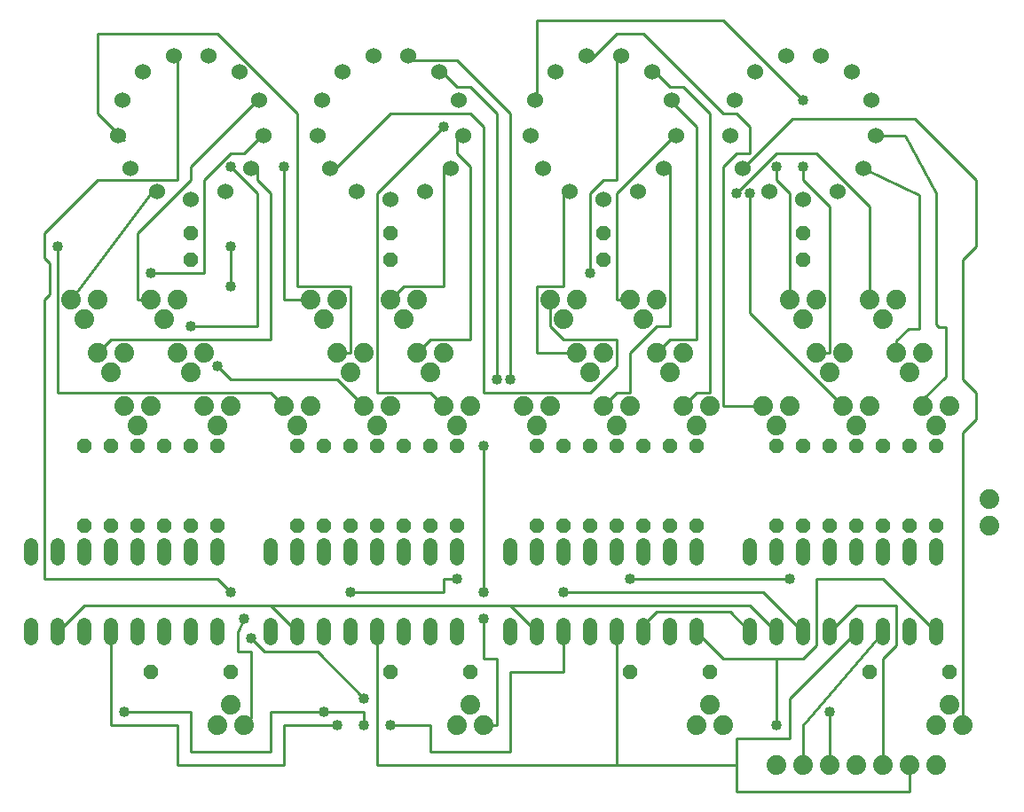
<source format=gbl>
G75*
%MOIN*%
%OFA0B0*%
%FSLAX24Y24*%
%IPPOS*%
%LPD*%
%AMOC8*
5,1,8,0,0,1.08239X$1,22.5*
%
%ADD10C,0.0520*%
%ADD11C,0.0600*%
%ADD12C,0.0740*%
%ADD13OC8,0.0520*%
%ADD14C,0.0100*%
%ADD15C,0.0400*%
D10*
X002180Y006420D02*
X002180Y006940D01*
X003180Y006940D02*
X003180Y006420D01*
X004180Y006420D02*
X004180Y006940D01*
X005180Y006940D02*
X005180Y006420D01*
X006180Y006420D02*
X006180Y006940D01*
X007180Y006940D02*
X007180Y006420D01*
X008180Y006420D02*
X008180Y006940D01*
X009180Y006940D02*
X009180Y006420D01*
X011180Y006420D02*
X011180Y006940D01*
X012180Y006940D02*
X012180Y006420D01*
X013180Y006420D02*
X013180Y006940D01*
X014180Y006940D02*
X014180Y006420D01*
X015180Y006420D02*
X015180Y006940D01*
X016180Y006940D02*
X016180Y006420D01*
X017180Y006420D02*
X017180Y006940D01*
X018180Y006940D02*
X018180Y006420D01*
X020180Y006420D02*
X020180Y006940D01*
X021180Y006940D02*
X021180Y006420D01*
X022180Y006420D02*
X022180Y006940D01*
X023180Y006940D02*
X023180Y006420D01*
X024180Y006420D02*
X024180Y006940D01*
X025180Y006940D02*
X025180Y006420D01*
X026180Y006420D02*
X026180Y006940D01*
X027180Y006940D02*
X027180Y006420D01*
X029180Y006420D02*
X029180Y006940D01*
X030180Y006940D02*
X030180Y006420D01*
X031180Y006420D02*
X031180Y006940D01*
X032180Y006940D02*
X032180Y006420D01*
X033180Y006420D02*
X033180Y006940D01*
X034180Y006940D02*
X034180Y006420D01*
X035180Y006420D02*
X035180Y006940D01*
X036180Y006940D02*
X036180Y006420D01*
X036180Y009420D02*
X036180Y009940D01*
X035180Y009940D02*
X035180Y009420D01*
X034180Y009420D02*
X034180Y009940D01*
X033180Y009940D02*
X033180Y009420D01*
X032180Y009420D02*
X032180Y009940D01*
X031180Y009940D02*
X031180Y009420D01*
X030180Y009420D02*
X030180Y009940D01*
X029180Y009940D02*
X029180Y009420D01*
X027180Y009420D02*
X027180Y009940D01*
X026180Y009940D02*
X026180Y009420D01*
X025180Y009420D02*
X025180Y009940D01*
X024180Y009940D02*
X024180Y009420D01*
X023180Y009420D02*
X023180Y009940D01*
X022180Y009940D02*
X022180Y009420D01*
X021180Y009420D02*
X021180Y009940D01*
X020180Y009940D02*
X020180Y009420D01*
X018180Y009420D02*
X018180Y009940D01*
X017180Y009940D02*
X017180Y009420D01*
X016180Y009420D02*
X016180Y009940D01*
X015180Y009940D02*
X015180Y009420D01*
X014180Y009420D02*
X014180Y009940D01*
X013180Y009940D02*
X013180Y009420D01*
X012180Y009420D02*
X012180Y009940D01*
X011180Y009940D02*
X011180Y009420D01*
X009180Y009420D02*
X009180Y009940D01*
X008180Y009940D02*
X008180Y009420D01*
X007180Y009420D02*
X007180Y009940D01*
X006180Y009940D02*
X006180Y009420D01*
X005180Y009420D02*
X005180Y009940D01*
X004180Y009940D02*
X004180Y009420D01*
X003180Y009420D02*
X003180Y009940D01*
X002180Y009940D02*
X002180Y009420D01*
D11*
X008180Y022930D03*
X006902Y023245D03*
X005917Y024118D03*
X005450Y025349D03*
X005609Y026655D03*
X006356Y027738D03*
X007522Y028350D03*
X008838Y028350D03*
X010004Y027738D03*
X010751Y026655D03*
X010910Y025349D03*
X010443Y024118D03*
X009458Y023245D03*
X012950Y025349D03*
X013109Y026655D03*
X013856Y027738D03*
X015022Y028350D03*
X016338Y028350D03*
X017504Y027738D03*
X018251Y026655D03*
X018410Y025349D03*
X017943Y024118D03*
X016958Y023245D03*
X015680Y022930D03*
X014402Y023245D03*
X013417Y024118D03*
X020950Y025349D03*
X021109Y026655D03*
X021856Y027738D03*
X023022Y028350D03*
X024338Y028350D03*
X025504Y027738D03*
X026251Y026655D03*
X026410Y025349D03*
X025943Y024118D03*
X024958Y023245D03*
X023680Y022930D03*
X022402Y023245D03*
X021417Y024118D03*
X028450Y025349D03*
X028609Y026655D03*
X029356Y027738D03*
X030522Y028350D03*
X031838Y028350D03*
X033004Y027738D03*
X033751Y026655D03*
X033910Y025349D03*
X033443Y024118D03*
X032458Y023245D03*
X031180Y022930D03*
X029902Y023245D03*
X028917Y024118D03*
D12*
X030680Y019180D03*
X031680Y019180D03*
X031180Y018430D03*
X031680Y017180D03*
X032180Y016430D03*
X032680Y017180D03*
X034180Y018430D03*
X033680Y019180D03*
X034680Y019180D03*
X034680Y017180D03*
X035180Y016430D03*
X035680Y017180D03*
X035680Y015180D03*
X036680Y015180D03*
X036180Y014430D03*
X033680Y015180D03*
X033180Y014430D03*
X032680Y015180D03*
X030680Y015180D03*
X030180Y014430D03*
X029680Y015180D03*
X027680Y015180D03*
X026680Y015180D03*
X027180Y014430D03*
X024680Y015180D03*
X024180Y014430D03*
X023680Y015180D03*
X023180Y016430D03*
X022680Y017180D03*
X023680Y017180D03*
X022180Y018430D03*
X021680Y019180D03*
X022680Y019180D03*
X024680Y019180D03*
X025680Y019180D03*
X025180Y018430D03*
X025680Y017180D03*
X026180Y016430D03*
X026680Y017180D03*
X021680Y015180D03*
X020680Y015180D03*
X021180Y014430D03*
X018680Y015180D03*
X018180Y014430D03*
X017680Y015180D03*
X017180Y016430D03*
X016680Y017180D03*
X017680Y017180D03*
X016180Y018430D03*
X015680Y019180D03*
X016680Y019180D03*
X014680Y017180D03*
X014180Y016430D03*
X013680Y017180D03*
X013180Y018430D03*
X012680Y019180D03*
X013680Y019180D03*
X008680Y017180D03*
X008180Y016430D03*
X007680Y017180D03*
X007180Y018430D03*
X006680Y019180D03*
X007680Y019180D03*
X005680Y017180D03*
X005180Y016430D03*
X004680Y017180D03*
X004180Y018430D03*
X003680Y019180D03*
X004680Y019180D03*
X005680Y015180D03*
X006680Y015180D03*
X006180Y014430D03*
X008680Y015180D03*
X009680Y015180D03*
X009180Y014430D03*
X011680Y015180D03*
X012180Y014430D03*
X012680Y015180D03*
X014680Y015180D03*
X015680Y015180D03*
X015180Y014430D03*
X018680Y003930D03*
X018180Y003180D03*
X019180Y003180D03*
X027180Y003180D03*
X027680Y003930D03*
X028180Y003180D03*
X030180Y001680D03*
X031180Y001680D03*
X032180Y001680D03*
X033180Y001680D03*
X034180Y001680D03*
X035180Y001680D03*
X036180Y001680D03*
X036180Y003180D03*
X036680Y003930D03*
X037180Y003180D03*
X038180Y010680D03*
X038180Y011680D03*
X010180Y003180D03*
X009680Y003930D03*
X009180Y003180D03*
D13*
X009680Y005180D03*
X006680Y005180D03*
X006180Y010680D03*
X007180Y010680D03*
X008180Y010680D03*
X009180Y010680D03*
X012180Y010680D03*
X013180Y010680D03*
X014180Y010680D03*
X015180Y010680D03*
X016180Y010680D03*
X017180Y010680D03*
X018180Y010680D03*
X021180Y010680D03*
X022180Y010680D03*
X023180Y010680D03*
X024180Y010680D03*
X025180Y010680D03*
X026180Y010680D03*
X027180Y010680D03*
X030180Y010680D03*
X031180Y010680D03*
X032180Y010680D03*
X033180Y010680D03*
X034180Y010680D03*
X035180Y010680D03*
X036180Y010680D03*
X036180Y013680D03*
X035180Y013680D03*
X034180Y013680D03*
X033180Y013680D03*
X032180Y013680D03*
X031180Y013680D03*
X030180Y013680D03*
X027180Y013680D03*
X026180Y013680D03*
X025180Y013680D03*
X024180Y013680D03*
X023180Y013680D03*
X022180Y013680D03*
X021180Y013680D03*
X018180Y013680D03*
X017180Y013680D03*
X016180Y013680D03*
X015180Y013680D03*
X014180Y013680D03*
X013180Y013680D03*
X012180Y013680D03*
X009180Y013680D03*
X008180Y013680D03*
X007180Y013680D03*
X006180Y013680D03*
X005180Y013680D03*
X004180Y013680D03*
X004180Y010680D03*
X005180Y010680D03*
X015680Y005180D03*
X018680Y005180D03*
X024680Y005180D03*
X027680Y005180D03*
X033680Y005180D03*
X036680Y005180D03*
X031180Y020680D03*
X031180Y021680D03*
X023680Y021680D03*
X023680Y020680D03*
X015680Y020680D03*
X015680Y021680D03*
X008180Y021680D03*
X008180Y020680D03*
D14*
X007680Y003180D02*
X005180Y003180D01*
X005180Y006680D01*
X004180Y007680D02*
X011180Y007680D01*
X020180Y007680D01*
X029180Y007680D01*
X030180Y006680D01*
X029180Y006680D02*
X028430Y007430D01*
X025680Y007430D01*
X025180Y006930D01*
X025180Y006680D01*
X024180Y006680D02*
X024180Y001680D01*
X015180Y001680D01*
X015180Y006680D01*
X014180Y008180D02*
X017680Y008180D01*
X017680Y008680D01*
X018180Y008680D01*
X019180Y008180D02*
X019180Y013680D01*
X017680Y015180D02*
X017180Y015680D01*
X015180Y015680D01*
X015180Y023180D01*
X017680Y025680D01*
X018180Y025180D02*
X018410Y025349D01*
X018180Y025180D02*
X018180Y024680D01*
X018680Y024180D01*
X018680Y017680D01*
X017180Y017680D01*
X016680Y017180D01*
X014180Y017180D02*
X013680Y017180D01*
X014180Y017180D02*
X014180Y019680D01*
X012180Y019680D01*
X012180Y026180D01*
X009180Y029180D01*
X004680Y029180D01*
X004680Y026180D01*
X005680Y025180D01*
X005450Y025349D01*
X004680Y023680D02*
X002680Y021680D01*
X002680Y020730D01*
X002880Y020530D01*
X002880Y019380D01*
X002680Y019180D01*
X002680Y008680D01*
X009180Y008680D01*
X009680Y008180D01*
X010180Y007180D02*
X009930Y006680D01*
X009930Y005930D01*
X010430Y005930D01*
X010430Y003430D01*
X010180Y003180D01*
X011180Y003680D02*
X011180Y002180D01*
X008180Y002180D01*
X008180Y003680D01*
X005680Y003680D01*
X007680Y003180D02*
X007680Y001680D01*
X011680Y001680D01*
X011680Y003180D01*
X013680Y003180D01*
X013180Y003680D02*
X011180Y003680D01*
X013180Y003680D02*
X014680Y003680D01*
X014680Y003180D01*
X015680Y003180D02*
X017180Y003180D01*
X017180Y002180D01*
X020180Y002180D01*
X020180Y005180D01*
X022180Y005180D01*
X022180Y006680D01*
X021180Y006680D02*
X020180Y007680D01*
X019180Y007180D02*
X019180Y005680D01*
X019680Y005680D01*
X019680Y003180D01*
X019180Y003180D01*
X014680Y004180D02*
X012930Y005930D01*
X010930Y005930D01*
X010430Y006430D01*
X011180Y007680D02*
X012180Y006680D01*
X004180Y007680D02*
X003180Y006680D01*
X011680Y015180D02*
X011180Y015680D01*
X003180Y015680D01*
X003180Y021180D01*
X003680Y019180D02*
X006680Y023180D01*
X006902Y023245D01*
X007680Y023680D02*
X004680Y023680D01*
X006180Y021680D02*
X006180Y019180D01*
X006680Y019180D01*
X006680Y020180D02*
X008680Y020180D01*
X008680Y023680D01*
X009680Y024680D01*
X010180Y024680D01*
X010680Y025180D01*
X010910Y025349D01*
X010680Y024180D02*
X010443Y024118D01*
X010680Y024180D02*
X010680Y023680D01*
X011180Y023180D01*
X011180Y017680D01*
X005180Y017680D01*
X004680Y017180D01*
X008180Y018180D02*
X010680Y018180D01*
X010680Y023180D01*
X009680Y024180D01*
X008180Y024180D02*
X008180Y023680D01*
X006180Y021680D01*
X007680Y023680D02*
X007680Y028180D01*
X007522Y028350D01*
X010680Y026680D02*
X010751Y026655D01*
X010680Y026680D02*
X008180Y024180D01*
X011680Y024180D02*
X011680Y019180D01*
X012680Y019180D01*
X015680Y019180D02*
X016180Y019680D01*
X017680Y019680D01*
X017680Y024180D01*
X017943Y024118D01*
X019180Y025680D02*
X019180Y015680D01*
X023180Y015680D01*
X024180Y016680D01*
X024180Y017680D01*
X022180Y017680D01*
X021680Y018180D01*
X021680Y019180D01*
X021180Y019680D02*
X021180Y017180D01*
X022680Y017180D01*
X024680Y017180D02*
X024680Y015680D01*
X024180Y015680D01*
X023680Y015180D01*
X024680Y017180D02*
X025680Y018180D01*
X026180Y018180D01*
X026180Y024180D01*
X025943Y024118D01*
X026180Y025180D02*
X026410Y025349D01*
X026180Y025180D02*
X024180Y023180D01*
X024180Y019180D01*
X024680Y019180D01*
X023180Y020180D02*
X023180Y023180D01*
X023680Y023680D01*
X024180Y023680D01*
X024180Y028180D01*
X024338Y028350D01*
X024180Y029180D02*
X025180Y029180D01*
X028180Y026180D01*
X028680Y026180D01*
X029180Y025680D01*
X029180Y024680D01*
X028680Y024680D01*
X028180Y024180D01*
X028180Y015180D01*
X029680Y015180D01*
X027680Y015680D02*
X027180Y015680D01*
X026680Y015180D01*
X027680Y015680D02*
X027680Y026180D01*
X026680Y027180D01*
X026180Y027180D01*
X025680Y027680D01*
X025504Y027738D01*
X026180Y026680D02*
X026251Y026655D01*
X026180Y026680D02*
X027180Y025680D01*
X027180Y017680D01*
X026180Y017680D01*
X025680Y017180D01*
X029180Y018680D02*
X032680Y015180D01*
X032180Y017180D02*
X031680Y017180D01*
X032180Y017180D02*
X032180Y022680D01*
X031180Y023680D01*
X031180Y024180D01*
X031680Y024680D02*
X033680Y022680D01*
X033680Y019180D01*
X035130Y018080D02*
X034680Y017630D01*
X034680Y017180D01*
X035130Y018080D02*
X035530Y018080D01*
X035530Y023118D01*
X033443Y024118D01*
X033910Y025349D02*
X035011Y025349D01*
X036180Y023180D01*
X036180Y018230D01*
X036280Y018130D01*
X036530Y018130D01*
X036530Y016280D01*
X035680Y015430D01*
X035680Y015180D01*
X037180Y014180D02*
X037680Y014680D01*
X037680Y015680D01*
X037180Y016180D01*
X037180Y020680D01*
X037680Y021180D01*
X037680Y023680D01*
X035380Y025980D01*
X030779Y025980D01*
X028917Y024118D01*
X028680Y023180D02*
X030180Y024680D01*
X031680Y024680D01*
X030180Y024180D02*
X030180Y023680D01*
X030680Y023180D01*
X030680Y019180D01*
X029180Y018680D02*
X029180Y023180D01*
X031180Y026680D02*
X028180Y029680D01*
X021180Y029680D01*
X021180Y026680D01*
X021109Y026655D01*
X020180Y026180D02*
X020180Y016180D01*
X019680Y016180D02*
X019680Y026180D01*
X018680Y027180D01*
X018180Y027180D01*
X017680Y027680D01*
X017504Y027738D01*
X018180Y028180D02*
X020180Y026180D01*
X019180Y025680D02*
X018680Y026180D01*
X015680Y026180D01*
X013680Y024180D01*
X013417Y024118D01*
X009680Y021180D02*
X009680Y019680D01*
X009180Y016680D02*
X009680Y016180D01*
X013680Y016180D01*
X014680Y015180D01*
X021180Y019680D02*
X022180Y019680D01*
X022180Y023180D01*
X022402Y023245D01*
X023180Y028180D02*
X023022Y028350D01*
X023180Y028180D02*
X024180Y029180D01*
X018180Y028180D02*
X016180Y028180D01*
X016338Y028350D01*
X037180Y014180D02*
X037180Y003180D01*
X035180Y001680D02*
X035180Y000680D01*
X028680Y000680D01*
X028680Y001680D01*
X024180Y001680D01*
X028680Y001680D02*
X028680Y002680D01*
X030680Y002680D01*
X030680Y004180D01*
X033180Y006680D01*
X034180Y006680D02*
X031180Y003180D01*
X031180Y001680D01*
X032180Y001680D02*
X032180Y003680D01*
X030180Y003180D02*
X030180Y005680D01*
X028180Y005680D01*
X027180Y006680D01*
X029680Y008180D02*
X022180Y008180D01*
X024680Y008680D02*
X030680Y008680D01*
X031680Y008680D02*
X031680Y006180D01*
X031180Y005680D01*
X030180Y005680D01*
X031180Y006680D02*
X029680Y008180D01*
X031680Y008680D02*
X034180Y008680D01*
X036180Y006680D01*
X034680Y006180D02*
X034680Y007680D01*
X033180Y007680D01*
X032180Y006680D01*
X034180Y005680D02*
X034680Y006180D01*
X034180Y005680D02*
X034180Y001680D01*
D15*
X032180Y003680D03*
X030180Y003180D03*
X030680Y008680D03*
X024680Y008680D03*
X022180Y008180D03*
X019180Y008180D03*
X018180Y008680D03*
X019180Y007180D03*
X014680Y004180D03*
X014680Y003180D03*
X015680Y003180D03*
X013680Y003180D03*
X013180Y003680D03*
X010430Y006430D03*
X010180Y007180D03*
X009680Y008180D03*
X014180Y008180D03*
X019180Y013680D03*
X019680Y016180D03*
X020180Y016180D03*
X023180Y020180D03*
X028680Y023180D03*
X029180Y023180D03*
X030180Y024180D03*
X031180Y024180D03*
X031180Y026680D03*
X017680Y025680D03*
X011680Y024180D03*
X009680Y024180D03*
X009680Y021180D03*
X009680Y019680D03*
X008180Y018180D03*
X009180Y016680D03*
X006680Y020180D03*
X003180Y021180D03*
X005680Y003680D03*
M02*

</source>
